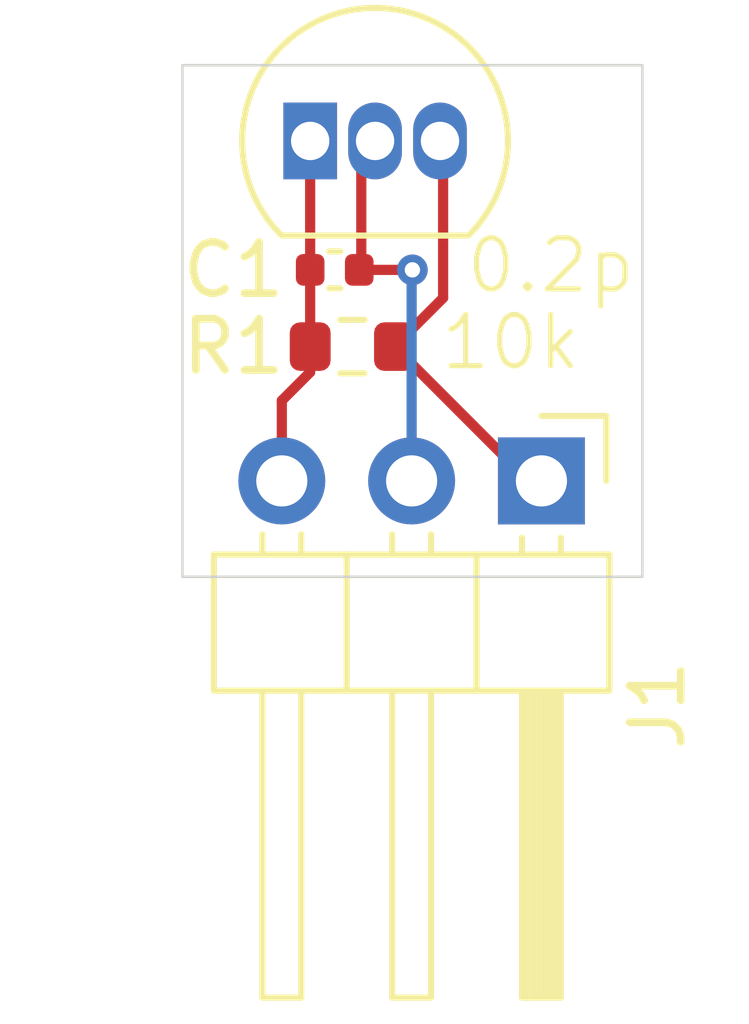
<source format=kicad_pcb>
(kicad_pcb (version 20241229) (generator "pcbnew") (generator_version "9.0")
  (layers (0 "F.Cu" signal) (2 "B.Cu" signal) (13 "F.Paste" user) (15 "B.Paste" user) (5 "F.SilkS" user "F.Silkscreen") (7 "B.SilkS" user "B.Silkscreen") (1 "F.Mask" user) (3 "B.Mask" user) (25 "Edge.Cuts" user))
  (net 0 "")
  (net 1 "Net-(J1-Pin_1)")
  (net 2 "Net-(J1-Pin_2)")
  (net 3 "Net-(J1-Pin_3)")
  (footprint "Resistor_SMD:R_0603_1608Metric" (layer "F.Cu") (at 26.325 24.5 180)
    (property "Reference" "R1" (at 2.325 0 0) (layer "F.SilkS"))
    (property "Value" "10k")
    (fp_line (start -0.237258 0.5225) (end 0.237258 0.5225) (stroke (width 0.12)) (layer "F.SilkS"))
    (fp_line (start -0.237258 -0.5225) (end 0.237258 -0.5225) (stroke (width 0.12)) (layer "F.SilkS"))
    (pad "1" smd roundrect (at -0.825 0 180) (size 0.8 0.95) (layers "F.Cu" "F.Mask" "F.Paste") (net 1 "Net-(J1-Pin_1)"))
    (pad "2" smd roundrect (at 0.825 0 180) (size 0.8 0.95) (layers "F.Cu" "F.Mask" "F.Paste") (net 3 "Net-(J1-Pin_3)"))
  )
  (footprint "Connector_PinHeader_2.54mm:PinHeader_1x03_P2.54mm_Horizontal" (layer "F.Cu") (at 30.025 27.125 -90)
    (property "Reference" "J1" (at 4.385 -2.27 90) (layer "F.SilkS"))
    (property "Value" "Conn_01x03_Pin")
    (fp_line (start 1.44 6.41) (end 4.1 6.41) (stroke (width 0.12)) (layer "F.SilkS"))
    (fp_line (start 4.1 6.41) (end 4.1 -1.33) (stroke (width 0.12)) (layer "F.SilkS"))
    (fp_line (start 1.042929 5.46) (end 1.44 5.46) (stroke (width 0.12)) (layer "F.SilkS"))
    (fp_line (start 10.1 5.46) (end 4.1 5.46) (stroke (width 0.12)) (layer "F.SilkS"))
    (fp_line (start 1.042929 4.7) (end 1.44 4.7) (stroke (width 0.12)) (layer "F.SilkS"))
    (fp_line (start 4.1 4.7) (end 10.1 4.7) (stroke (width 0.12)) (layer "F.SilkS"))
    (fp_line (start 10.1 4.7) (end 10.1 5.46) (stroke (width 0.12)) (layer "F.SilkS"))
    (fp_line (start 1.44 3.81) (end 4.1 3.81) (stroke (width 0.12)) (layer "F.SilkS"))
    (fp_line (start 1.042929 2.92) (end 1.44 2.92) (stroke (width 0.12)) (layer "F.SilkS"))
    (fp_line (start 10.1 2.92) (end 4.1 2.92) (stroke (width 0.12)) (layer "F.SilkS"))
    (fp_line (start 1.042929 2.16) (end 1.44 2.16) (stroke (width 0.12)) (layer "F.SilkS"))
    (fp_line (start 4.1 2.16) (end 10.1 2.16) (stroke (width 0.12)) (layer "F.SilkS"))
    (fp_line (start 10.1 2.16) (end 10.1 2.92) (stroke (width 0.12)) (layer "F.SilkS"))
    (fp_line (start 1.44 1.27) (end 4.1 1.27) (stroke (width 0.12)) (layer "F.SilkS"))
    (fp_line (start 1.11 0.38) (end 1.44 0.38) (stroke (width 0.12)) (layer "F.SilkS"))
    (fp_line (start 10.1 0.38) (end 4.1 0.38) (stroke (width 0.12)) (layer "F.SilkS"))
    (fp_line (start 4.1 0.28) (end 10.1 0.28) (stroke (width 0.12)) (layer "F.SilkS"))
    (fp_line (start 4.1 0.16) (end 10.1 0.16) (stroke (width 0.12)) (layer "F.SilkS"))
    (fp_line (start 4.1 0.04) (end 10.1 0.04) (stroke (width 0.12)) (layer "F.SilkS"))
    (fp_line (start -1.27 0) (end -1.27 -1.27) (stroke (width 0.12)) (layer "F.SilkS"))
    (fp_line (start 4.1 -0.08) (end 10.1 -0.08) (stroke (width 0.12)) (layer "F.SilkS"))
    (fp_line (start 4.1 -0.2) (end 10.1 -0.2) (stroke (width 0.12)) (layer "F.SilkS"))
    (fp_line (start 4.1 -0.32) (end 10.1 -0.32) (stroke (width 0.12)) (layer "F.SilkS"))
    (fp_line (start 1.11 -0.38) (end 1.44 -0.38) (stroke (width 0.12)) (layer "F.SilkS"))
    (fp_line (start 4.1 -0.38) (end 10.1 -0.38) (stroke (width 0.12)) (layer "F.SilkS"))
    (fp_line (start 10.1 -0.38) (end 10.1 0.38) (stroke (width 0.12)) (layer "F.SilkS"))
    (fp_line (start -1.27 -1.27) (end 0 -1.27) (stroke (width 0.12)) (layer "F.SilkS"))
    (fp_line (start 1.44 -1.33) (end 1.44 6.41) (stroke (width 0.12)) (layer "F.SilkS"))
    (fp_line (start 4.1 -1.33) (end 1.44 -1.33) (stroke (width 0.12)) (layer "F.SilkS"))
    (pad "1" thru_hole rect (at 0 0 270) (size 1.7 1.7) (drill 1) (layers "*.Cu" "*.Mask") (net 1 "Net-(J1-Pin_1)"))
    (pad "2" thru_hole oval (at 0 2.54 270) (size 1.7 1.7) (drill 1) (layers "*.Cu" "*.Mask") (net 2 "Net-(J1-Pin_2)"))
    (pad "3" thru_hole oval (at 0 5.08 270) (size 1.7 1.7) (drill 1) (layers "*.Cu" "*.Mask") (net 3 "Net-(J1-Pin_3)"))
  )
  (footprint "Package_TO_SOT_THT:TO-92_Inline" (layer "F.Cu") (at 25.5 20.48)
    (property "Reference" "U1" (hide yes))
    (property "Value" "TMAG5213AGQLPGM")
    (fp_line (start -0.53 1.85) (end 3.07 1.85) (stroke (width 0.12)) (layer "F.SilkS"))
    (fp_arc (start -0.568478 1.838478) (mid -1.132087 -0.994977) (end 1.27 -2.6) (stroke (width 0.12)) (layer "F.SilkS"))
    (fp_arc (start 1.27 -2.6) (mid 3.672087 -0.994977) (end 3.108478 1.838478) (stroke (width 0.12)) (layer "F.SilkS"))
    (pad "1" thru_hole rect (at 0 0) (size 1.05 1.5) (drill 0.75) (layers "*.Cu" "*.Mask") (net 3 "Net-(J1-Pin_3)"))
    (pad "2" thru_hole oval (at 1.27 0) (size 1.05 1.5) (drill 0.75) (layers "*.Cu" "*.Mask") (net 2 "Net-(J1-Pin_2)"))
    (pad "3" thru_hole oval (at 2.54 0) (size 1.05 1.5) (drill 0.75) (layers "*.Cu" "*.Mask") (net 1 "Net-(J1-Pin_1)"))
  )
  (footprint "Capacitor_SMD:C_0402_1005Metric" (layer "F.Cu") (at 25.98 23)
    (property "Reference" "C1" (at -1.98 0 0) (layer "F.SilkS"))
    (property "Value" "0.2pF")
    (fp_line (start -0.107836 -0.36) (end 0.107836 -0.36) (stroke (width 0.12)) (layer "F.SilkS"))
    (fp_line (start -0.107836 0.36) (end 0.107836 0.36) (stroke (width 0.12)) (layer "F.SilkS"))
    (pad "1" smd roundrect (at -0.48 0) (size 0.56 0.62) (layers "F.Cu" "F.Mask" "F.Paste") (net 3 "Net-(J1-Pin_3)"))
    (pad "2" smd roundrect (at 0.48 0) (size 0.56 0.62) (layers "F.Cu" "F.Mask" "F.Paste") (net 2 "Net-(J1-Pin_2)"))
  )
  (gr_line (start 26.5 21) (end 26.5 23) (stroke (width 0.2)) (layer "F.Cu") (net 2))
  (gr_rect (start 23 19) (end 32 29) (stroke (width 0.05)) (fill no) (layer "Edge.Cuts"))
  (gr_text "10k" (at 28 25 0) (layer "F.SilkS") (effects (font (size 1 1) (thickness 0.1)) (justify left bottom)))
  (gr_text "0.2p" (at 28.5 23.5 0) (layer "F.SilkS") (effects (font (size 1 1) (thickness 0.1)) (justify left bottom)))
  (segment (start 27.15 24.5) (end 29.775 27.125) (width 0.2) (layer "F.Cu") (net 1))
  (segment (start 29.775 27.125) (end 30.025 27.125) (width 0.2) (layer "F.Cu") (net 1))
  (segment (start 28.101 20.541) (end 28.101 23.549) (width 0.2) (layer "F.Cu") (net 1))
  (segment (start 28.101 23.549) (end 27.15 24.5) (width 0.2) (layer "F.Cu") (net 1))
  (segment (start 28.04 20.48) (end 28.101 20.541) (width 0.2) (layer "F.Cu") (net 1))
  (segment (start 27.5 23) (end 26.46 23) (width 0.2) (layer "F.Cu") (net 2))
  (via (at 27.5 23) (size 0.6) (drill 0.3) (layers "F.Cu" "B.Cu") (net 2))
  (segment (start 27.5 23) (end 27.485 23.015) (width 0.2) (layer "B.Cu") (net 2))
  (segment (start 27.485 23.015) (end 27.485 27.125) (width 0.2) (layer "B.Cu") (net 2))
  (segment (start 25.5 23) (end 25.5 24.5) (width 0.2) (layer "F.Cu") (net 3))
  (segment (start 25.5 20.48) (end 25.5 23) (width 0.2) (layer "F.Cu") (net 3))
  (segment (start 25.5 25) (end 24.945 25.555) (width 0.2) (layer "F.Cu") (net 3))
  (segment (start 25.5 24.5) (end 25.5 25) (width 0.2) (layer "F.Cu") (net 3))
  (segment (start 24.945 25.555) (end 24.945 27.125) (width 0.2) (layer "F.Cu") (net 3))
)
</source>
